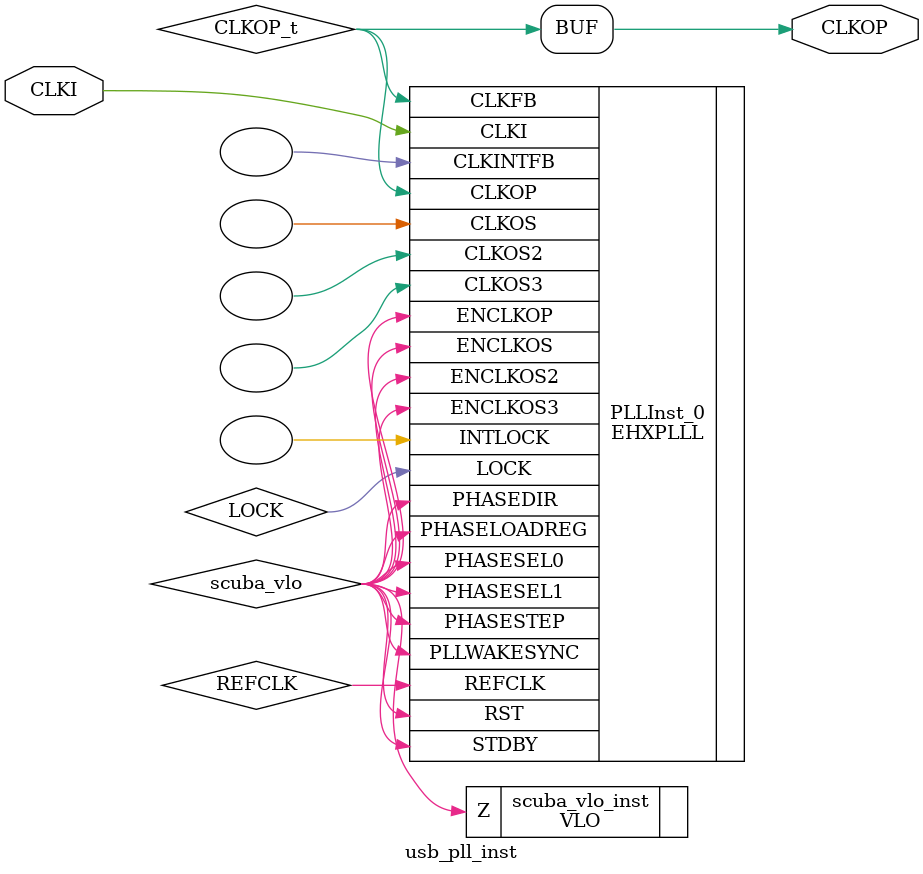
<source format=v>
/* Verilog netlist generated by SCUBA Diamond (64-bit) 3.9.0.99.2 */
/* Module Version: 5.7 */
/* C:\lscc\diamond\3.9_x64\ispfpga\bin\nt64\scuba.exe -w -n usb_pll_inst -lang verilog -synth synplify -bus_exp 7 -bb -arch sa5p00 -type pll -fin 16.00 -fclkop 48.00 -fclkop_tol 0.0 -phase_cntl STATIC -fb_mode 1 -fdc C:/Users/lvale/Documents/TinyFPGA/repos/TinyFPGA-E-Series/bootloader/usb_pll/usb_pll_inst/usb_pll_inst.fdc  */
/* Mon Feb 05 16:34:44 2018 */


`timescale 1 ns / 1 ps
module usb_pll_inst (CLKI, CLKOP)/* synthesis NGD_DRC_MASK=1 */;
    input wire CLKI;
    output wire CLKOP;

    wire REFCLK;
    wire LOCK;
    wire CLKOP_t;
    wire scuba_vhi;
    wire scuba_vlo;

    VHI scuba_vhi_inst (.Z(scuba_vhi));

    VLO scuba_vlo_inst (.Z(scuba_vlo));

    defparam PLLInst_0.PLLRST_ENA = "DISABLED" ;
    defparam PLLInst_0.INTFB_WAKE = "DISABLED" ;
    defparam PLLInst_0.STDBY_ENABLE = "DISABLED" ;
    defparam PLLInst_0.DPHASE_SOURCE = "DISABLED" ;
    defparam PLLInst_0.CLKOS3_FPHASE = 0 ;
    defparam PLLInst_0.CLKOS3_CPHASE = 0 ;
    defparam PLLInst_0.CLKOS2_FPHASE = 0 ;
    defparam PLLInst_0.CLKOS2_CPHASE = 0 ;
    defparam PLLInst_0.CLKOS_FPHASE = 0 ;
    defparam PLLInst_0.CLKOS_CPHASE = 0 ;
    defparam PLLInst_0.CLKOP_FPHASE = 0 ;
    defparam PLLInst_0.CLKOP_CPHASE = 11 ;
    defparam PLLInst_0.PLL_LOCK_MODE = 0 ;
    defparam PLLInst_0.CLKOS_TRIM_DELAY = 0 ;
    defparam PLLInst_0.CLKOS_TRIM_POL = "FALLING" ;
    defparam PLLInst_0.CLKOP_TRIM_DELAY = 0 ;
    defparam PLLInst_0.CLKOP_TRIM_POL = "FALLING" ;
    defparam PLLInst_0.OUTDIVIDER_MUXD = "DIVD" ;
    defparam PLLInst_0.CLKOS3_ENABLE = "DISABLED" ;
    defparam PLLInst_0.OUTDIVIDER_MUXC = "DIVC" ;
    defparam PLLInst_0.CLKOS2_ENABLE = "DISABLED" ;
    defparam PLLInst_0.OUTDIVIDER_MUXB = "DIVB" ;
    defparam PLLInst_0.CLKOS_ENABLE = "DISABLED" ;
    defparam PLLInst_0.OUTDIVIDER_MUXA = "DIVA" ;
    defparam PLLInst_0.CLKOP_ENABLE = "ENABLED" ;
    defparam PLLInst_0.CLKOS3_DIV = 1 ;
    defparam PLLInst_0.CLKOS2_DIV = 1 ;
    defparam PLLInst_0.CLKOS_DIV = 1 ;
    defparam PLLInst_0.CLKOP_DIV = 12 ;
    defparam PLLInst_0.CLKFB_DIV = 3 ;
    defparam PLLInst_0.CLKI_DIV = 1 ;
    defparam PLLInst_0.FEEDBK_PATH = "CLKOP" ;
    EHXPLLL PLLInst_0 (.CLKI(CLKI), .CLKFB(CLKOP_t), .PHASESEL1(scuba_vlo), 
        .PHASESEL0(scuba_vlo), .PHASEDIR(scuba_vlo), .PHASESTEP(scuba_vlo), 
        .PHASELOADREG(scuba_vlo), .STDBY(scuba_vlo), .PLLWAKESYNC(scuba_vlo), 
        .RST(scuba_vlo), .ENCLKOP(scuba_vlo), .ENCLKOS(scuba_vlo), .ENCLKOS2(scuba_vlo), 
        .ENCLKOS3(scuba_vlo), .CLKOP(CLKOP_t), .CLKOS(), .CLKOS2(), .CLKOS3(), 
        .LOCK(LOCK), .INTLOCK(), .REFCLK(REFCLK), .CLKINTFB())
             /* synthesis FREQUENCY_PIN_CLKOP="48.000000" */
             /* synthesis FREQUENCY_PIN_CLKI="16.000000" */
             /* synthesis ICP_CURRENT="5" */
             /* synthesis LPF_RESISTOR="16" */;

    assign CLKOP = CLKOP_t;


    // exemplar begin
    // exemplar attribute PLLInst_0 FREQUENCY_PIN_CLKOP 48.000000
    // exemplar attribute PLLInst_0 FREQUENCY_PIN_CLKI 16.000000
    // exemplar attribute PLLInst_0 ICP_CURRENT 5
    // exemplar attribute PLLInst_0 LPF_RESISTOR 16
    // exemplar end

endmodule

</source>
